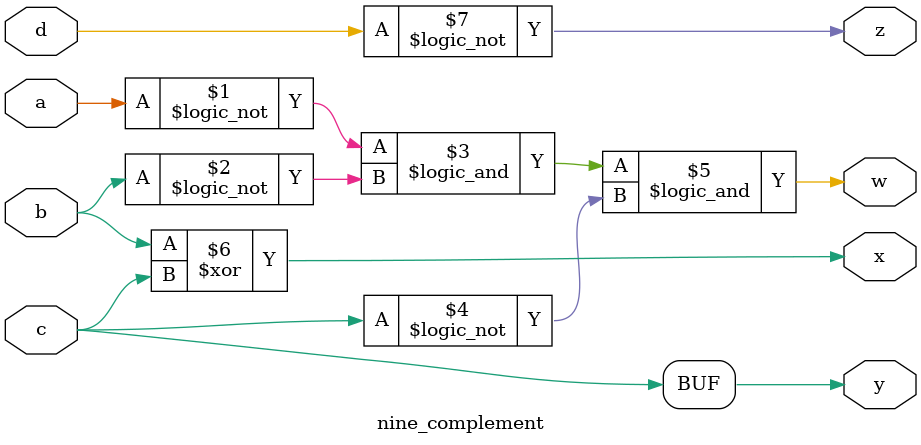
<source format=v>
module nine_complement(a,b,c,d,w,x,y,z);
input a,b,c,d;
output w,x,y,z;
assign w= !a&& !b&& !c; 
assign x= b^c;
assign y= c;
assign z= !d;
endmodule 
</source>
